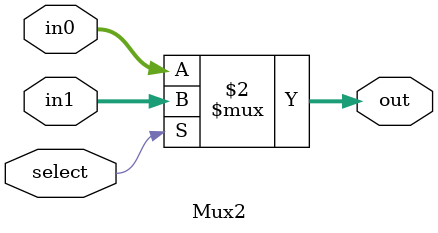
<source format=v>
/*
	Mux2
		- 2:1 multiplexer
*/

`timescale 1ns / 1ps

module Mux2 #(parameter Width = 8)
 			 (input wire  [Width-1:0] in0,  
              input wire  [Width-1:0] in1,
			  input wire              select,
	          output wire [Width-1:0] out);
	        //output reg [Width-1:0] out);
			
//    always @ (*)
//        out = (select == 0 ? in0 : in1);
    
    assign out = (select == 0 ? in0 : in1);
        
endmodule

</source>
